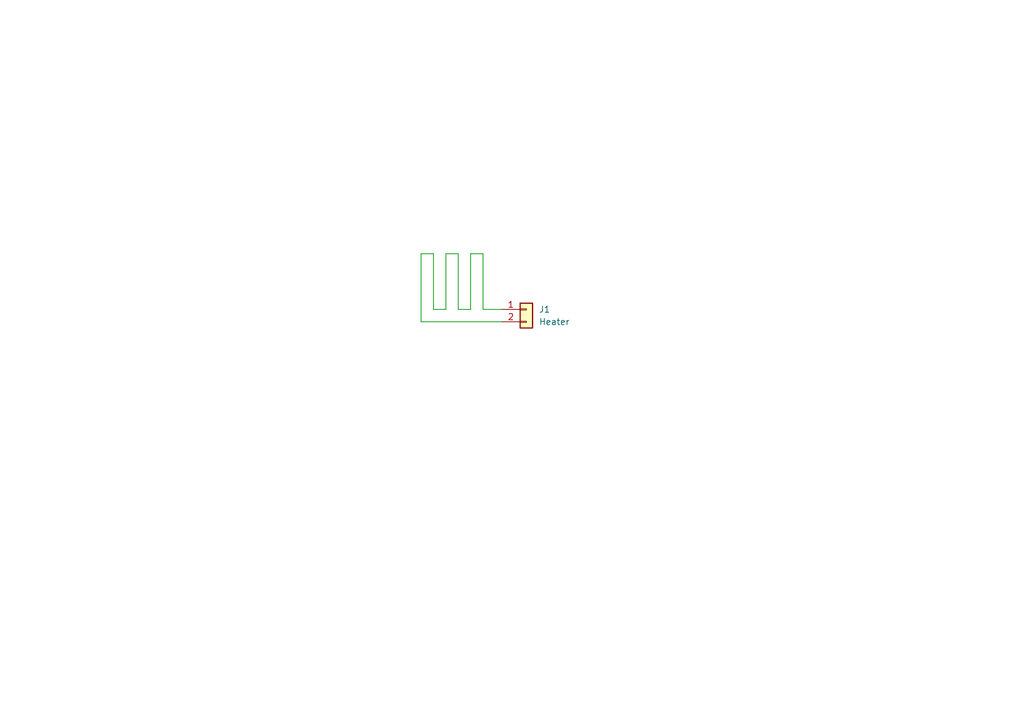
<source format=kicad_sch>
(kicad_sch (version 20230121) (generator eeschema)
  (paper "A5")
  (title_block (title "Hot plate") (date "2023-12-29") (rev "1.0") (company "Angelo Cipriani"))
  (lib_symbols
    (symbol "Project:Conn_01x02" (pin_names (offset 1.016) hide)
      (property "Reference" "J" (at 0 2.54 0))
      (property "Value" "Conn_01x02" (at 0 -5.08 0))
      (symbol "Conn_01x02_1_1"
        (rectangle (start -1.27 -2.413) (end 0 -2.667) (stroke (width 0.1524)))
        (rectangle (start -1.27 0.127) (end 0 -0.127) (stroke (width 0.1524)))
        (rectangle (start -1.27 1.27) (end 1.27 -3.81) (stroke (width 0.254)) (fill (type background)))
        (pin passive line (at -5.08 0 0) (length 3.81) (name "Pin_1") (number "1"))
        (pin passive line (at -5.08 -2.54 0) (length 3.81) (name "Pin_2") (number "2"))
      )
    )
  )
  (wire (pts (xy 88.9 63.5) (xy 88.9 52.07)))
  (wire (pts (xy 88.9 52.07) (xy 86.36 52.07)))
  (wire (pts (xy 91.44 52.07) (xy 91.44 63.5)))
  (wire (pts (xy 99.06 52.07) (xy 96.52 52.07)))
  (wire (pts (xy 96.52 63.5) (xy 93.98 63.5)))
  (wire (pts (xy 86.36 66.04) (xy 102.87 66.04)))
  (wire (pts (xy 86.36 52.07) (xy 86.36 66.04)))
  (wire (pts (xy 93.98 52.07) (xy 91.44 52.07)))
  (wire (pts (xy 102.87 63.5) (xy 99.06 63.5)))
  (wire (pts (xy 91.44 63.5) (xy 88.9 63.5)))
  (wire (pts (xy 96.52 52.07) (xy 96.52 63.5)))
  (wire (pts (xy 99.06 63.5) (xy 99.06 52.07)))
  (wire (pts (xy 93.98 63.5) (xy 93.98 52.07)))
  (symbol (lib_id "Project:Conn_01x02") (at 107.95 63.5 0) (unit 1)
    (property "Reference" "J1" (at 110.49 63.5 0) (effects (justify left)))
    (property "Value" "Heater" (at 110.49 66.04 0) (effects (justify left)))
    (property "Footprint" "Project:Connector" (effects hide))
  )
)
</source>
